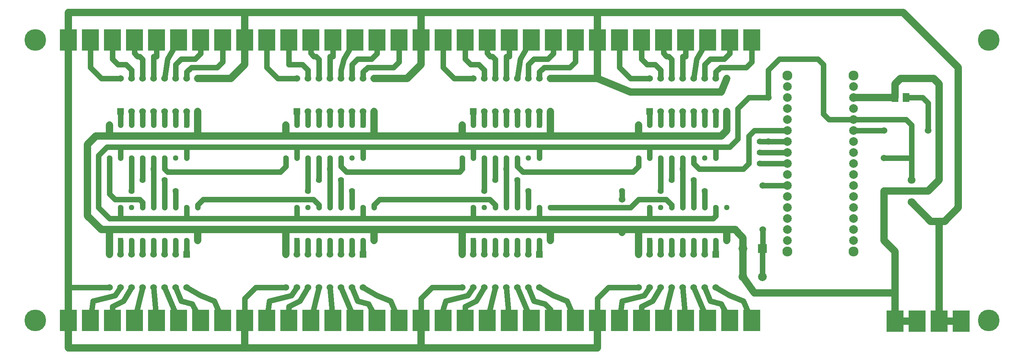
<source format=gbr>
G04 EasyPC Gerber Version 20.0.2 Build 4112 *
G04 #@! TF.Part,Single*
G04 #@! TF.FileFunction,Copper,L2,Bot *
%FSLAX35Y35*%
%MOIN*%
G04 #@! TA.AperFunction,SMDPad*
%ADD102R,0.06000X0.08000*%
%ADD98R,0.15748X0.19685*%
G04 #@! TA.AperFunction,ComponentPad*
%ADD95R,0.05100X0.05100*%
%ADD97R,0.06000X0.06000*%
G04 #@! TA.AperFunction,SMDPad*
%ADD100R,0.07874X0.07874*%
G04 #@! TD.AperFunction*
%ADD20C,0.05000*%
G04 #@! TA.AperFunction,ComponentPad*
%ADD96C,0.05100*%
G04 #@! TD.AperFunction*
%ADD89C,0.05600*%
%ADD15C,0.06000*%
%ADD104C,0.06693*%
G04 #@! TA.AperFunction,SMDPad*
%ADD99C,0.07100*%
%ADD101C,0.07874*%
%ADD103C,0.09055*%
G04 #@! TA.AperFunction,WasherPad*
%ADD94C,0.19685*%
X0Y0D02*
D02*
D15*
X85250Y67750D03*
Y97750D03*
X95250Y67750D03*
Y97750D03*
Y257750D03*
X105250Y67750D03*
Y97750D03*
Y227750D03*
Y257750D03*
X115250Y67750D03*
Y97750D03*
Y227750D03*
Y257750D03*
X125250Y67750D03*
Y97750D03*
Y227750D03*
Y257750D03*
X135250Y67750D03*
Y97750D03*
Y227750D03*
Y257750D03*
X145250Y67750D03*
Y97750D03*
Y227750D03*
Y257750D03*
X155250Y67750D03*
Y227750D03*
Y257750D03*
X165250Y227750D03*
Y257750D03*
X245250Y67750D03*
Y97750D03*
X255250Y67750D03*
Y97750D03*
Y257750D03*
X265250Y67750D03*
Y97750D03*
Y227750D03*
Y257750D03*
X275250Y67750D03*
Y97750D03*
Y227750D03*
Y257750D03*
X285250Y67750D03*
Y97750D03*
Y227750D03*
Y257750D03*
X295250Y67750D03*
Y97750D03*
Y227750D03*
Y257750D03*
X305250Y67750D03*
Y97750D03*
Y227750D03*
Y257750D03*
X315250Y67750D03*
Y227750D03*
Y257750D03*
X325250Y227750D03*
Y257750D03*
X405250Y67750D03*
Y97750D03*
X415250Y67750D03*
Y97750D03*
Y257750D03*
X425250Y67750D03*
Y97750D03*
Y227750D03*
Y257750D03*
X435250Y67750D03*
Y97750D03*
Y227750D03*
Y257750D03*
X445250Y67750D03*
Y97750D03*
Y227750D03*
Y257750D03*
X455250Y67750D03*
Y97750D03*
Y227750D03*
Y257750D03*
X465250Y67750D03*
Y97750D03*
Y227750D03*
Y257750D03*
X475250Y67750D03*
Y227750D03*
Y257750D03*
X485250Y227750D03*
Y257750D03*
X550250Y117750D03*
Y147750D03*
X565250Y67750D03*
Y97750D03*
X575250Y67750D03*
Y97750D03*
Y257750D03*
X585250Y67750D03*
Y97750D03*
Y227750D03*
Y257750D03*
X595250Y67750D03*
Y97750D03*
Y227750D03*
Y257750D03*
X605250Y67750D03*
Y97750D03*
Y227750D03*
Y257750D03*
X615250Y67750D03*
Y97750D03*
Y227750D03*
Y257750D03*
X625250Y67750D03*
Y97750D03*
Y227750D03*
Y257750D03*
X635250Y67750D03*
Y227750D03*
Y257750D03*
X645250Y227750D03*
Y257750D03*
X677750Y120250D03*
Y160250D03*
X682750Y200250D03*
Y240250D03*
X787750Y155250D03*
Y185250D03*
Y210250D03*
X827750D03*
D02*
D20*
X47750Y37750D02*
Y67750D01*
X85250*
Y185250D02*
Y152750D01*
X90250Y147750*
X112384*
X115250Y144884*
Y140250*
X87750Y292750D02*
Y275250D01*
X92750Y270250*
X100250*
X105250Y265250*
Y257750*
X95250Y67750D02*
X90250Y60250D01*
X70250Y55250*
X67750Y37750*
X95250Y110250D02*
Y97750D01*
Y130250D02*
Y140250D01*
Y130250D02*
X155250D01*
X95250Y185250D02*
Y195250D01*
X82750*
X75250Y187750*
Y140250*
X85250Y130250*
X95250*
Y227750D02*
Y215250D01*
Y257750D02*
X77750D01*
X67750Y267750*
Y292750*
X105250Y67750D02*
X97750Y55250D01*
X87750Y50250*
Y37750*
X105250Y110250D02*
Y97750D01*
Y185250D02*
Y155250D01*
Y227750D02*
Y215250D01*
X107750Y292750D02*
Y280616D01*
X110616Y277750*
X112384*
X115250Y274884*
Y257750*
Y67750D02*
X107750Y37750D01*
X115250Y110250D02*
Y97750D01*
Y185250D02*
Y165250D01*
Y227750D02*
Y215250D01*
X125250Y67750D02*
X127750Y37750D01*
X125250Y110250D02*
Y97750D01*
Y140250D02*
Y152750D01*
Y175250*
Y185250D02*
Y175250D01*
Y227750D02*
Y215250D01*
X127750Y292750D02*
Y277750D01*
X125250*
Y257750*
X135250Y67750D02*
X147750Y37750D01*
X135250Y110250D02*
Y97750D01*
Y140250D02*
Y165250D01*
Y227750D02*
Y215250D01*
Y257750D02*
X137750Y275250D01*
X147750Y292750*
X145250Y67750D02*
X150250Y55250D01*
X160250Y52750*
X167750Y37750*
X145250Y110250D02*
Y97750D01*
Y140250D02*
Y155250D01*
Y227750D02*
Y215250D01*
Y257750D02*
Y270250D01*
X150250Y275250*
X162750*
X167750Y280250*
Y292750*
X155250Y67750D02*
X167750Y60250D01*
X180250Y55250*
X187750Y37750*
X155250Y110250D02*
Y97750D01*
Y130250D02*
X255250D01*
X155250Y140250D02*
Y130250D01*
Y185250D02*
Y195250D01*
X95250*
X155250Y227750D02*
Y215250D01*
Y257750D02*
Y263634D01*
X159366Y267750*
X182750*
X187750Y272750*
Y292750*
X165250Y140250D02*
Y142750D01*
X170250Y147750*
X270250*
X275250Y142750*
Y140250*
X207750Y37750D02*
Y57750D01*
X217750Y67750*
X245250*
X227750Y267750D02*
Y292750D01*
Y267750*
X245250Y185250D02*
Y177750D01*
X240250Y172750*
X137750*
X135250Y175250*
Y185250*
X247750Y257750D02*
X255250D01*
X247750D02*
X237750D01*
X227750Y267750*
X247750Y270250D02*
X260250D01*
X265250Y265250*
X247750Y282750D02*
Y270250D01*
Y292750D02*
Y270250D01*
X255250Y67750D02*
X250250Y60250D01*
X230250Y55250*
X227750Y37750*
X255250Y110250D02*
Y97750D01*
Y130250D02*
Y140250D01*
Y130250D02*
X315250D01*
X255250Y185250D02*
Y195250D01*
X155250*
X255250Y227750D02*
Y215250D01*
Y257750D02*
X247750D01*
X265250Y67750D02*
X257750Y55250D01*
X247750Y50250*
Y37750*
X265250Y110250D02*
Y97750D01*
Y185250D02*
Y155250D01*
Y227750D02*
Y215250D01*
Y265250D02*
Y257750D01*
Y265250D02*
Y257750D01*
X275250Y67750D02*
X267750Y37750D01*
X275250Y110250D02*
Y97750D01*
Y185250D02*
Y165250D01*
Y227750D02*
Y215250D01*
Y265250D02*
Y257750D01*
Y265250D02*
Y257750D01*
Y265250D02*
Y274884D01*
X272384Y277750*
X270616*
X267750Y280616*
Y292750*
X285250Y67750D02*
X287750Y37750D01*
X285250Y110250D02*
Y97750D01*
Y140250D02*
Y175250D01*
Y185250D02*
Y175250D01*
Y227750D02*
Y215250D01*
Y265250D02*
Y257750D01*
Y265250D02*
Y257750D01*
X287750Y277750D02*
Y292750D01*
Y277750D02*
X285250D01*
Y265250*
X295250Y67750D02*
X307750Y37750D01*
X295250Y110250D02*
Y97750D01*
Y140250D02*
Y165250D01*
Y227750D02*
Y215250D01*
Y257750D02*
Y265250D01*
X297750Y275250*
X295250Y265250D02*
Y257750D01*
X297750Y275250D02*
X307750Y292750D01*
X305250Y67750D02*
X310250Y55250D01*
X320250Y52750*
X327750Y37750*
X305250Y110250D02*
Y97750D01*
Y140250D02*
Y155250D01*
Y227750D02*
Y215250D01*
Y257750D02*
Y265250D01*
Y270250*
X310250Y275250*
X322750*
X327750Y280250*
X305250Y265250D02*
Y257750D01*
X315250Y67750D02*
X327750Y60250D01*
X340250Y55250*
X347750Y37750*
X315250Y110250D02*
Y97750D01*
Y130250D02*
X395250D01*
X315250Y140250D02*
Y130250D01*
Y185250D02*
Y195250D01*
X255250*
X315250Y227750D02*
Y215250D01*
Y257750D02*
Y262750D01*
Y263634*
X319366Y267750*
X342750*
X347750Y272750*
X315250Y262750D02*
Y257750D01*
X325250Y140250D02*
Y142750D01*
X330250Y147750*
X430250*
X435250Y142750*
Y140250*
X327750Y280250D02*
Y292750D01*
X347750Y272750D02*
Y292750D01*
X367750Y37750D02*
Y57750D01*
X377750Y67750*
X405250*
X387750Y267750D02*
Y292750D01*
Y267750D02*
X397750Y257750D01*
X405250*
X395250Y130250D02*
X415250D01*
Y140250*
X395250Y130250D02*
X475250D01*
X405250Y185250D02*
Y175250D01*
X402750Y172750*
X300250*
X295250Y177750*
Y185250*
X407750Y275250D02*
Y292750D01*
Y275250D02*
X412750Y270250D01*
X420250*
X425250Y265250*
X415250Y67750D02*
X410250Y60250D01*
X390250Y55250*
X387750Y47750*
Y37750*
X415250Y110250D02*
Y97750D01*
Y185250D02*
Y195250D01*
X315250*
X415250Y227750D02*
Y215250D01*
Y257750D02*
X405250D01*
X415250D02*
X405250D01*
X425250Y67750D02*
X417750Y55250D01*
X407750Y50250*
Y37750*
X425250Y110250D02*
Y97750D01*
Y185250D02*
Y155250D01*
Y227750D02*
Y215250D01*
Y257750D02*
Y265250D01*
Y257750*
X435250Y67750D02*
X427750Y37750D01*
X435250Y110250D02*
Y97750D01*
Y185250D02*
Y165250D01*
Y227750D02*
Y215250D01*
Y257750D02*
Y262750D01*
Y257750*
Y262750D02*
Y274884D01*
X432384Y277750*
X430616*
X427750Y280616*
Y292750*
X445250Y67750D02*
X447750Y37750D01*
X445250Y110250D02*
Y97750D01*
Y140250D02*
Y175250D01*
Y185250D02*
Y175250D01*
Y227750D02*
Y215250D01*
Y257750D02*
Y262750D01*
Y257750*
X447750Y277750D02*
Y292750D01*
Y277750D02*
X445250D01*
Y262750*
X455250Y67750D02*
X467750Y37750D01*
X455250Y110250D02*
Y97750D01*
Y140250D02*
Y165250D01*
Y227750D02*
Y215250D01*
X457750Y275250D02*
X467750Y292750D01*
X457750Y275250D02*
X455250Y257750D01*
X465250Y67750D02*
X470250Y55250D01*
X480250Y52750*
X485250Y47750*
X487750Y37750*
X465250Y110250D02*
Y97750D01*
Y140250D02*
Y155250D01*
Y227750D02*
Y215250D01*
Y257750D02*
Y270250D01*
X470250Y275250*
X482750*
X487750Y280250*
Y292750*
X475250Y67750D02*
X487750Y60250D01*
X500250Y55250*
X507750Y37750*
X475250Y110250D02*
Y97750D01*
Y130250D02*
X575250D01*
X475250Y140250D02*
Y130250D01*
Y185250D02*
Y195250D01*
X415250*
X475250D02*
X575250D01*
X475250Y227750D02*
Y215250D01*
Y257750D02*
Y263634D01*
X479366Y267750*
X502750*
X507750Y272750*
Y292750*
X485250Y140250D02*
X557750D01*
X565250Y147750*
X590250*
X595250Y142750*
Y140250*
X527750Y37750D02*
Y57750D01*
X537750Y67750*
X565250*
X550250Y147750D02*
Y155250D01*
X565250Y185250D02*
Y177750D01*
X560250Y172750*
X460250*
X455250Y177750*
Y185250*
X575250Y67750D02*
X570250Y60250D01*
X550250Y55250*
X547750Y37750*
X575250Y110250D02*
Y97750D01*
Y130250D02*
Y140250D01*
Y185250D02*
Y195250D01*
X635250*
X575250Y227750D02*
Y215250D01*
Y257750D02*
X557750D01*
X547750Y267750*
Y292750*
X585250Y67750D02*
X577750Y55250D01*
X567750Y50250*
Y37750*
X585250Y110250D02*
Y97750D01*
Y185250D02*
Y155250D01*
Y227750D02*
Y215250D01*
Y257750D02*
Y265250D01*
X580250Y270250*
X572750*
X567750Y275250*
Y292750*
X595250Y67750D02*
X587750Y37750D01*
X595250Y110250D02*
Y97750D01*
Y185250D02*
Y165250D01*
Y227750D02*
Y215250D01*
Y257750D02*
Y274884D01*
X592384Y277750*
X590616*
X587750Y280616*
Y292750*
X605250Y67750D02*
X607750Y37750D01*
X605250Y110250D02*
Y97750D01*
Y140250D02*
Y175250D01*
Y185250D02*
Y175250D01*
Y227750D02*
Y215250D01*
Y257750D02*
Y277750D01*
X607750*
Y292750*
X615250Y67750D02*
X627750Y37750D01*
X615250Y110250D02*
Y97750D01*
Y140250D02*
Y165250D01*
Y185250D02*
Y180250D01*
X620250Y175250*
X660250*
X665250Y180250*
Y205250*
X670250Y210250*
X700250*
X615250Y227750D02*
Y215250D01*
X617750Y275250D02*
X615250Y257750D01*
X617750Y275250D02*
X627750Y292750D01*
X625250Y67750D02*
X630250Y55250D01*
X640250Y52750*
X647750Y37750*
X625250Y110250D02*
Y97750D01*
Y140250D02*
Y155250D01*
Y227750D02*
Y215250D01*
Y257750D02*
Y270250D01*
X630250Y275250*
X642750*
X647750Y280250*
Y292750*
X635250Y67750D02*
X647750Y60250D01*
X660250Y55250*
X667750Y37750*
X635250Y110250D02*
Y97750D01*
Y140250D02*
Y132750D01*
X632750Y130250*
X575250*
X635250Y195250D02*
Y185250D01*
Y227750D02*
Y215250D01*
Y257750D02*
Y263634D01*
X639366Y267750*
X662750*
X667750Y272750*
Y292750*
X675250Y180250D02*
X700250D01*
X675250Y190250D02*
X700250D01*
X675250Y200250D02*
X682750D01*
X677356Y102868D02*
Y77278D01*
X677750Y120250D02*
Y102868D01*
X677356*
X682750Y200250D02*
X700250D01*
X682750Y240250D02*
X665250D01*
X655250Y230250*
Y202750*
X647750Y195250*
X635250*
X682750Y240250D02*
Y265250D01*
X692750Y275250*
X727750*
X732750Y270250*
Y225250*
X737750Y220250*
X760250*
X700250Y160250D02*
X677750D01*
X760250Y210250D02*
X787750D01*
Y185250D02*
X812750D01*
Y165250D02*
Y185250D01*
Y215250*
X807750Y220250*
X760250*
X827750Y210250D02*
Y235250D01*
X822750Y240250*
X807750*
D02*
D89*
X105250Y155250D03*
X115250Y165250D03*
X125250Y175250D03*
X135250Y165250D03*
X145250Y155250D03*
X265250D03*
X275250Y165250D03*
X285250Y175250D03*
X295250Y165250D03*
X305250Y155250D03*
X425250D03*
X435250Y165250D03*
X445250Y175250D03*
X455250Y165250D03*
X465250Y155250D03*
X550250D03*
X585250D03*
X595250Y165250D03*
X605250Y175250D03*
X615250Y165250D03*
X625250Y155250D03*
X675250Y180250D03*
Y190250D03*
Y200250D03*
D02*
D94*
X17750Y37750D03*
Y292750D03*
X882750Y37750D03*
Y292750D03*
D02*
D95*
X95250Y110250D03*
X155250Y215250D03*
X255250Y110250D03*
X315250Y215250D03*
X415250Y110250D03*
X475250Y215250D03*
X575250Y110250D03*
X635250Y215250D03*
D02*
D96*
X85250Y185250D03*
Y215250D03*
X95250Y140250D03*
Y185250D03*
Y215250D03*
X105250Y110250D03*
Y140250D03*
Y185250D03*
Y215250D03*
X115250Y110250D03*
Y140250D03*
Y185250D03*
Y215250D03*
X125250Y110250D03*
Y140250D03*
Y185250D03*
Y215250D03*
X135250Y110250D03*
Y140250D03*
Y185250D03*
Y215250D03*
X145250Y110250D03*
Y140250D03*
Y185250D03*
Y215250D03*
X155250Y110250D03*
Y140250D03*
Y185250D03*
X165250Y110250D03*
Y140250D03*
X245250Y185250D03*
Y215250D03*
X255250Y140250D03*
Y185250D03*
Y215250D03*
X265250Y110250D03*
Y140250D03*
Y185250D03*
Y215250D03*
X275250Y110250D03*
Y140250D03*
Y185250D03*
Y215250D03*
X285250Y110250D03*
Y140250D03*
Y185250D03*
Y215250D03*
X295250Y110250D03*
Y140250D03*
Y185250D03*
Y215250D03*
X305250Y110250D03*
Y140250D03*
Y185250D03*
Y215250D03*
X315250Y110250D03*
Y140250D03*
Y185250D03*
X325250Y110250D03*
Y140250D03*
X405250Y185250D03*
Y215250D03*
X415250Y140250D03*
Y185250D03*
Y215250D03*
X425250Y110250D03*
Y140250D03*
Y185250D03*
Y215250D03*
X435250Y110250D03*
Y140250D03*
Y185250D03*
Y215250D03*
X445250Y110250D03*
Y140250D03*
Y185250D03*
Y215250D03*
X455250Y110250D03*
Y140250D03*
Y185250D03*
Y215250D03*
X465250Y110250D03*
Y140250D03*
Y185250D03*
Y215250D03*
X475250Y110250D03*
Y140250D03*
Y185250D03*
X485250Y110250D03*
Y140250D03*
X565250Y185250D03*
Y215250D03*
X575250Y140250D03*
Y185250D03*
Y215250D03*
X585250Y110250D03*
Y140250D03*
Y185250D03*
Y215250D03*
X595250Y110250D03*
Y140250D03*
Y185250D03*
Y215250D03*
X605250Y110250D03*
Y140250D03*
Y185250D03*
Y215250D03*
X615250Y110250D03*
Y140250D03*
Y185250D03*
Y215250D03*
X625250Y110250D03*
Y140250D03*
Y185250D03*
Y215250D03*
X635250Y110250D03*
Y140250D03*
Y185250D03*
X645250Y110250D03*
Y140250D03*
D02*
D97*
X95250Y227750D03*
X155250Y97750D03*
X255250Y227750D03*
X315250Y97750D03*
X415250Y227750D03*
X475250Y97750D03*
X575250Y227750D03*
X635250Y97750D03*
D02*
D98*
X47750Y37750D03*
Y292750D03*
X67750Y37750D03*
Y292750D03*
X87750Y37750D03*
Y292750D03*
X107750Y37750D03*
Y292750D03*
X127750Y37750D03*
Y292750D03*
X147750Y37750D03*
Y292750D03*
X167750Y37750D03*
Y292750D03*
X187750Y37750D03*
Y292750D03*
X207750Y37750D03*
Y292750D03*
X227750Y37750D03*
Y292750D03*
X247750Y37750D03*
Y292750D03*
X267750Y37750D03*
Y292750D03*
X287750Y37750D03*
Y292750D03*
X307750Y37750D03*
Y292750D03*
X327750Y37750D03*
Y292750D03*
X347750Y37750D03*
Y292750D03*
X367750Y37750D03*
Y292750D03*
X387750Y37750D03*
Y292750D03*
X407750Y37750D03*
Y292750D03*
X427750Y37750D03*
Y292750D03*
X447750Y37750D03*
Y292750D03*
X467750Y37750D03*
Y292750D03*
X487750Y37750D03*
Y292750D03*
X507750Y37750D03*
Y292750D03*
X527750Y37750D03*
Y292750D03*
X547750Y37750D03*
Y292750D03*
X567750Y37750D03*
Y292750D03*
X587750Y37750D03*
Y292750D03*
X607750Y37750D03*
Y292750D03*
X627750Y37750D03*
Y292750D03*
X647750Y37750D03*
Y292750D03*
X667750Y37750D03*
Y292750D03*
X797750Y37087D03*
X817750D03*
X837750D03*
X857750D03*
D02*
D99*
X812750Y145250D03*
Y155250D03*
Y165250D03*
D02*
D100*
X677356Y102868D03*
D02*
D101*
X659640Y77278D03*
Y102868D03*
X677356Y77278D03*
X700250Y110250D03*
Y120250D03*
Y130250D03*
Y140250D03*
Y150250D03*
Y160250D03*
Y170250D03*
Y180250D03*
Y190250D03*
Y200250D03*
Y210250D03*
Y220250D03*
Y230250D03*
Y240250D03*
Y250250D03*
X760250Y110250D03*
Y120250D03*
Y130250D03*
Y140250D03*
Y150250D03*
Y160250D03*
Y170250D03*
Y180250D03*
Y190250D03*
Y200250D03*
Y210250D03*
Y220250D03*
Y230250D03*
Y240250D03*
Y250250D03*
D02*
D102*
X797750Y240250D03*
X807750D03*
D02*
D103*
X700250Y100250D03*
Y260250D03*
X760250Y100250D03*
Y260250D03*
D02*
D104*
X47750Y37750D02*
Y12750D01*
X207750*
X47750Y292750D02*
Y37750D01*
X85250Y120250D02*
Y97750D01*
Y120250D02*
X165250D01*
X85250D02*
X77750D01*
X65250Y132750*
Y197750*
X72750Y205250*
X85250*
X165250*
X85250Y215250D02*
Y205250D01*
X165250Y120250D02*
Y110250D01*
Y120250D02*
X245250D01*
X165250Y205250D02*
X245250D01*
X165250Y227750D02*
Y205250D01*
Y257750D02*
X195250D01*
X207750Y270250*
Y292750*
Y12750D02*
X367750D01*
X207750Y37750D02*
Y12750D01*
Y292750D02*
Y317750D01*
X47750*
Y292750*
X245250Y120250D02*
Y97750D01*
Y120250D02*
X325250D01*
X245250Y205250D02*
X325250D01*
X245250Y215250D02*
Y205250D01*
X325250Y120250D02*
Y110250D01*
Y120250D02*
X405250D01*
X325250Y205250D02*
X385250D01*
X325250Y227750D02*
Y205250D01*
Y257750D02*
X332750D01*
X325250*
X332750D02*
X355250D01*
X367750Y270250*
Y292750*
Y12750D02*
X527750D01*
Y37750*
X367750D02*
Y12750D01*
Y317750D02*
X207750D01*
X367750D02*
Y292750D01*
X385250Y205250D02*
X485250D01*
X405250Y120250D02*
Y97750D01*
Y120250D02*
X485250D01*
X405250Y215250D02*
Y205250D01*
X385250*
X485250Y120250D02*
Y110250D01*
Y120250D02*
X550250D01*
Y117750*
X485250Y205250D02*
X545250D01*
X485250Y227750D02*
Y205250D01*
Y257750D02*
X515250D01*
X527750*
Y292750*
Y317750*
X367750*
X545250Y205250D02*
X640250D01*
X645250Y210250*
Y227750*
X550250Y117750D02*
Y120250D01*
X565250*
X645250*
X565250D02*
Y97750D01*
Y215250D02*
Y205250D01*
X545250*
X645250Y110250D02*
Y120250D01*
X652750*
X655250Y117750*
X645250Y257750D02*
X640250Y245250D01*
X557750*
X527750Y257750*
X659640Y77278D02*
Y102868D01*
Y112750*
X655250Y117750*
X670250Y62750D02*
X659640Y77278D01*
X670250Y62750D02*
X797750D01*
X760250Y240250D02*
X797750D01*
X787750Y155250D02*
Y110250D01*
X797750Y100250*
Y62750*
X787750Y155250D02*
X812750D01*
X797750Y37087D02*
Y62750D01*
Y37087D02*
X817750D01*
X797750D02*
Y37750D01*
Y240250D02*
Y252750D01*
X802750Y257750*
X832750*
X837750Y252750*
Y165250*
X827750Y155250*
X812750*
Y145250D02*
X830250Y127750D01*
X837750*
Y37087D02*
X857750D01*
X837750Y127750D02*
X842750D01*
X855250Y140250*
Y267750*
X805250Y317750*
X527750*
X837750Y127750D02*
Y37087D01*
X0Y0D02*
M02*

</source>
